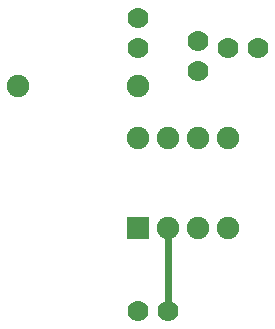
<source format=gtl>
G04 MADE WITH FRITZING*
G04 WWW.FRITZING.ORG*
G04 DOUBLE SIDED*
G04 HOLES PLATED*
G04 CONTOUR ON CENTER OF CONTOUR VECTOR*
%ASAXBY*%
%FSLAX23Y23*%
%MOIN*%
%OFA0B0*%
%SFA1.0B1.0*%
%ADD10C,0.075000*%
%ADD11C,0.070000*%
%ADD12R,0.075000X0.075000*%
%ADD13C,0.024000*%
%LNCOPPER1*%
G90*
G70*
G54D10*
X547Y367D03*
X547Y667D03*
X647Y367D03*
X647Y667D03*
X747Y367D03*
X747Y667D03*
X847Y367D03*
X847Y667D03*
X147Y842D03*
X547Y842D03*
G54D11*
X547Y92D03*
X647Y92D03*
X547Y1067D03*
X547Y966D03*
X747Y892D03*
X747Y992D03*
X847Y967D03*
X947Y967D03*
G54D12*
X547Y367D03*
G54D13*
X647Y118D02*
X647Y338D01*
G04 End of Copper1*
M02*
</source>
